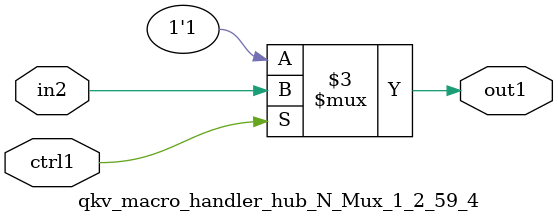
<source format=v>

`timescale 1ps / 1ps


module qkv_macro_handler_hub_N_Mux_1_2_59_4( in2, ctrl1, out1 );

    input in2;
    input ctrl1;
    output out1;
    reg out1;

    
    // rtl_process:qkv_macro_handler_hub_N_Mux_1_2_59_4/qkv_macro_handler_hub_N_Mux_1_2_59_4_thread_1
    always @*
      begin : qkv_macro_handler_hub_N_Mux_1_2_59_4_thread_1
        case (ctrl1) 
          1'b1: 
            begin
              out1 = in2;
            end
          default: 
            begin
              out1 = 1'b1;
            end
        endcase
      end

endmodule



</source>
